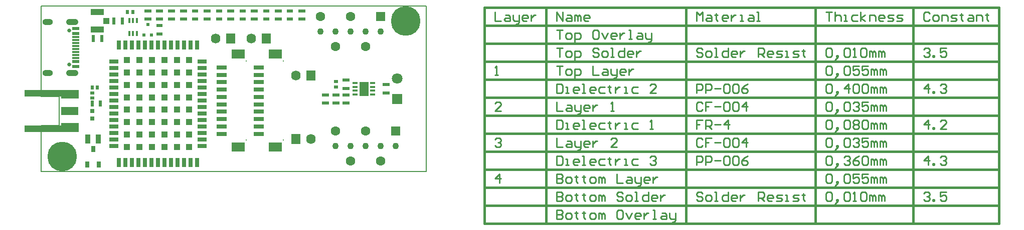
<source format=gts>
G04*
G04 #@! TF.GenerationSoftware,Altium Limited,Altium Designer,23.10.1 (27)*
G04*
G04 Layer_Color=16711833*
%FSLAX44Y44*%
%MOMM*%
G71*
G04*
G04 #@! TF.SameCoordinates,12E47488-CEE1-414F-AB97-9C1FAA11A261*
G04*
G04*
G04 #@! TF.FilePolarity,Negative*
G04*
G01*
G75*
%ADD10C,0.2540*%
%ADD11C,0.2000*%
%ADD15C,0.3810*%
%ADD16R,1.1500X0.3000*%
%ADD17R,1.1500X0.6000*%
%ADD18R,1.8000X0.7000*%
%ADD19R,2.2000X1.6000*%
%ADD20R,0.8500X0.3500*%
%ADD22R,2.9200X1.3500*%
%ADD23R,0.5000X0.6500*%
%ADD24R,0.6500X0.5000*%
%ADD25R,0.6000X0.6000*%
%ADD26R,1.2000X0.5500*%
%ADD27R,0.7000X0.8000*%
%ADD28R,0.5500X1.2000*%
%ADD29R,1.0000X0.5500*%
%ADD30R,1.5000X0.8000*%
%ADD31R,0.8000X1.5000*%
%ADD32R,1.1000X1.1000*%
%ADD33R,0.5500X1.0000*%
%ADD34R,0.8000X1.0000*%
%ADD35R,0.9000X1.5000*%
%ADD36R,0.3500X0.8500*%
%ADD37R,1.0500X1.0000*%
%ADD38R,2.2000X1.0500*%
%ADD39R,1.6000X2.4000*%
%ADD40C,0.6500*%
%ADD41O,2.1000X1.0500*%
%ADD42O,1.8000X1.0000*%
%ADD43C,0.3000*%
%ADD44O,1.6000X1.7000*%
%ADD45R,1.6000X1.7000*%
%ADD46C,1.1000*%
%ADD47C,1.6000*%
%ADD48R,1.6000X1.6000*%
%ADD49R,1.8000X1.8000*%
%ADD50C,1.8000*%
%ADD51C,5.0000*%
G36*
X33800Y77750D02*
Y81650D01*
X63000D01*
Y67150D01*
X-28400D01*
Y77750D01*
X33800D01*
D02*
G37*
G36*
X63000Y137850D02*
Y123350D01*
X33800D01*
Y127250D01*
X-28400D01*
Y137850D01*
X63000D01*
D02*
G37*
D10*
X766007Y270185D02*
Y254950D01*
X776164D01*
X783781Y265107D02*
X788860D01*
X791399Y262568D01*
Y254950D01*
X783781D01*
X781242Y257489D01*
X783781Y260028D01*
X791399D01*
X796477Y265107D02*
Y257489D01*
X799016Y254950D01*
X806634D01*
Y252411D01*
X804095Y249872D01*
X801556D01*
X806634Y254950D02*
Y265107D01*
X819330Y254950D02*
X814251D01*
X811712Y257489D01*
Y262568D01*
X814251Y265107D01*
X819330D01*
X821869Y262568D01*
Y260028D01*
X811712D01*
X826947Y265107D02*
Y254950D01*
Y260028D01*
X829487Y262568D01*
X832026Y265107D01*
X834565D01*
X773625Y-19370D02*
Y-4135D01*
X766007Y-11753D01*
X776164D01*
X766007Y54286D02*
X768546Y56825D01*
X773625D01*
X776164Y54286D01*
Y51747D01*
X773625Y49208D01*
X771085D01*
X773625D01*
X776164Y46668D01*
Y44129D01*
X773625Y41590D01*
X768546D01*
X766007Y44129D01*
X776164Y102550D02*
X766007D01*
X776164Y112707D01*
Y115246D01*
X773625Y117785D01*
X768546D01*
X766007Y115246D01*
Y163510D02*
X771085D01*
X768546D01*
Y178745D01*
X766007Y176206D01*
X870125Y254950D02*
Y270185D01*
X880282Y254950D01*
Y270185D01*
X887899Y265107D02*
X892978D01*
X895517Y262568D01*
Y254950D01*
X887899D01*
X885360Y257489D01*
X887899Y260028D01*
X895517D01*
X900595Y254950D02*
Y265107D01*
X903134D01*
X905673Y262568D01*
Y254950D01*
Y262568D01*
X908213Y265107D01*
X910752Y262568D01*
Y254950D01*
X923448D02*
X918369D01*
X915830Y257489D01*
Y262568D01*
X918369Y265107D01*
X923448D01*
X925987Y262568D01*
Y260028D01*
X915830D01*
X870125Y-65095D02*
Y-80330D01*
X877742D01*
X880282Y-77791D01*
Y-75252D01*
X877742Y-72712D01*
X870125D01*
X877742D01*
X880282Y-70173D01*
Y-67634D01*
X877742Y-65095D01*
X870125D01*
X887899Y-80330D02*
X892978D01*
X895517Y-77791D01*
Y-72712D01*
X892978Y-70173D01*
X887899D01*
X885360Y-72712D01*
Y-77791D01*
X887899Y-80330D01*
X903134Y-67634D02*
Y-70173D01*
X900595D01*
X905673D01*
X903134D01*
Y-77791D01*
X905673Y-80330D01*
X915830Y-67634D02*
Y-70173D01*
X913291D01*
X918369D01*
X915830D01*
Y-77791D01*
X918369Y-80330D01*
X928526D02*
X933604D01*
X936143Y-77791D01*
Y-72712D01*
X933604Y-70173D01*
X928526D01*
X925987Y-72712D01*
Y-77791D01*
X928526Y-80330D01*
X941222D02*
Y-70173D01*
X943761D01*
X946300Y-72712D01*
Y-80330D01*
Y-72712D01*
X948839Y-70173D01*
X951379Y-72712D01*
Y-80330D01*
X979310Y-65095D02*
X974231D01*
X971692Y-67634D01*
Y-77791D01*
X974231Y-80330D01*
X979310D01*
X981849Y-77791D01*
Y-67634D01*
X979310Y-65095D01*
X986927Y-70173D02*
X992005Y-80330D01*
X997084Y-70173D01*
X1009780Y-80330D02*
X1004701D01*
X1002162Y-77791D01*
Y-72712D01*
X1004701Y-70173D01*
X1009780D01*
X1012319Y-72712D01*
Y-75252D01*
X1002162D01*
X1017397Y-70173D02*
Y-80330D01*
Y-75252D01*
X1019936Y-72712D01*
X1022476Y-70173D01*
X1025015D01*
X1032632Y-80330D02*
X1037711D01*
X1035172D01*
Y-65095D01*
X1032632D01*
X1047867Y-70173D02*
X1052946D01*
X1055485Y-72712D01*
Y-80330D01*
X1047867D01*
X1045328Y-77791D01*
X1047867Y-75252D01*
X1055485D01*
X1060563Y-70173D02*
Y-77791D01*
X1063102Y-80330D01*
X1070720D01*
Y-82869D01*
X1068181Y-85408D01*
X1065642D01*
X1070720Y-80330D02*
Y-70173D01*
X870125Y-34615D02*
Y-49850D01*
X877742D01*
X880282Y-47311D01*
Y-44772D01*
X877742Y-42232D01*
X870125D01*
X877742D01*
X880282Y-39693D01*
Y-37154D01*
X877742Y-34615D01*
X870125D01*
X887899Y-49850D02*
X892978D01*
X895517Y-47311D01*
Y-42232D01*
X892978Y-39693D01*
X887899D01*
X885360Y-42232D01*
Y-47311D01*
X887899Y-49850D01*
X903134Y-37154D02*
Y-39693D01*
X900595D01*
X905673D01*
X903134D01*
Y-47311D01*
X905673Y-49850D01*
X915830Y-37154D02*
Y-39693D01*
X913291D01*
X918369D01*
X915830D01*
Y-47311D01*
X918369Y-49850D01*
X928526D02*
X933604D01*
X936143Y-47311D01*
Y-42232D01*
X933604Y-39693D01*
X928526D01*
X925987Y-42232D01*
Y-47311D01*
X928526Y-49850D01*
X941222D02*
Y-39693D01*
X943761D01*
X946300Y-42232D01*
Y-49850D01*
Y-42232D01*
X948839Y-39693D01*
X951379Y-42232D01*
Y-49850D01*
X981849Y-37154D02*
X979310Y-34615D01*
X974231D01*
X971692Y-37154D01*
Y-39693D01*
X974231Y-42232D01*
X979310D01*
X981849Y-44772D01*
Y-47311D01*
X979310Y-49850D01*
X974231D01*
X971692Y-47311D01*
X989466Y-49850D02*
X994545D01*
X997084Y-47311D01*
Y-42232D01*
X994545Y-39693D01*
X989466D01*
X986927Y-42232D01*
Y-47311D01*
X989466Y-49850D01*
X1002162D02*
X1007241D01*
X1004701D01*
Y-34615D01*
X1002162D01*
X1025015D02*
Y-49850D01*
X1017397D01*
X1014858Y-47311D01*
Y-42232D01*
X1017397Y-39693D01*
X1025015D01*
X1037711Y-49850D02*
X1032632D01*
X1030093Y-47311D01*
Y-42232D01*
X1032632Y-39693D01*
X1037711D01*
X1040250Y-42232D01*
Y-44772D01*
X1030093D01*
X1045328Y-39693D02*
Y-49850D01*
Y-44772D01*
X1047867Y-42232D01*
X1050407Y-39693D01*
X1052946D01*
X870125Y-4135D02*
Y-19370D01*
X877742D01*
X880282Y-16831D01*
Y-14292D01*
X877742Y-11753D01*
X870125D01*
X877742D01*
X880282Y-9213D01*
Y-6674D01*
X877742Y-4135D01*
X870125D01*
X887899Y-19370D02*
X892978D01*
X895517Y-16831D01*
Y-11753D01*
X892978Y-9213D01*
X887899D01*
X885360Y-11753D01*
Y-16831D01*
X887899Y-19370D01*
X903134Y-6674D02*
Y-9213D01*
X900595D01*
X905673D01*
X903134D01*
Y-16831D01*
X905673Y-19370D01*
X915830Y-6674D02*
Y-9213D01*
X913291D01*
X918369D01*
X915830D01*
Y-16831D01*
X918369Y-19370D01*
X928526D02*
X933604D01*
X936143Y-16831D01*
Y-11753D01*
X933604Y-9213D01*
X928526D01*
X925987Y-11753D01*
Y-16831D01*
X928526Y-19370D01*
X941222D02*
Y-9213D01*
X943761D01*
X946300Y-11753D01*
Y-19370D01*
Y-11753D01*
X948839Y-9213D01*
X951379Y-11753D01*
Y-19370D01*
X971692Y-4135D02*
Y-19370D01*
X981849D01*
X989466Y-9213D02*
X994545D01*
X997084Y-11753D01*
Y-19370D01*
X989466D01*
X986927Y-16831D01*
X989466Y-14292D01*
X997084D01*
X1002162Y-9213D02*
Y-16831D01*
X1004701Y-19370D01*
X1012319D01*
Y-21909D01*
X1009780Y-24448D01*
X1007241D01*
X1012319Y-19370D02*
Y-9213D01*
X1025015Y-19370D02*
X1019936D01*
X1017397Y-16831D01*
Y-11753D01*
X1019936Y-9213D01*
X1025015D01*
X1027554Y-11753D01*
Y-14292D01*
X1017397D01*
X1032632Y-9213D02*
Y-19370D01*
Y-14292D01*
X1035172Y-11753D01*
X1037711Y-9213D01*
X1040250D01*
X870125Y26345D02*
Y11110D01*
X877742D01*
X880282Y13649D01*
Y23806D01*
X877742Y26345D01*
X870125D01*
X885360Y11110D02*
X890438D01*
X887899D01*
Y21267D01*
X885360D01*
X905673Y11110D02*
X900595D01*
X898056Y13649D01*
Y18728D01*
X900595Y21267D01*
X905673D01*
X908213Y18728D01*
Y16188D01*
X898056D01*
X913291Y11110D02*
X918369D01*
X915830D01*
Y26345D01*
X913291D01*
X933604Y11110D02*
X928526D01*
X925987Y13649D01*
Y18728D01*
X928526Y21267D01*
X933604D01*
X936143Y18728D01*
Y16188D01*
X925987D01*
X951379Y21267D02*
X943761D01*
X941222Y18728D01*
Y13649D01*
X943761Y11110D01*
X951379D01*
X958996Y23806D02*
Y21267D01*
X956457D01*
X961535D01*
X958996D01*
Y13649D01*
X961535Y11110D01*
X969153Y21267D02*
Y11110D01*
Y16188D01*
X971692Y18728D01*
X974231Y21267D01*
X976770D01*
X984388Y11110D02*
X989466D01*
X986927D01*
Y21267D01*
X984388D01*
X1007241D02*
X999623D01*
X997084Y18728D01*
Y13649D01*
X999623Y11110D01*
X1007241D01*
X1027554Y23806D02*
X1030093Y26345D01*
X1035172D01*
X1037711Y23806D01*
Y21267D01*
X1035172Y18728D01*
X1032632D01*
X1035172D01*
X1037711Y16188D01*
Y13649D01*
X1035172Y11110D01*
X1030093D01*
X1027554Y13649D01*
X870125Y56825D02*
Y41590D01*
X880282D01*
X887899Y51747D02*
X892978D01*
X895517Y49208D01*
Y41590D01*
X887899D01*
X885360Y44129D01*
X887899Y46668D01*
X895517D01*
X900595Y51747D02*
Y44129D01*
X903134Y41590D01*
X910752D01*
Y39051D01*
X908213Y36512D01*
X905673D01*
X910752Y41590D02*
Y51747D01*
X923448Y41590D02*
X918369D01*
X915830Y44129D01*
Y49208D01*
X918369Y51747D01*
X923448D01*
X925987Y49208D01*
Y46668D01*
X915830D01*
X931065Y51747D02*
Y41590D01*
Y46668D01*
X933604Y49208D01*
X936143Y51747D01*
X938683D01*
X971692Y41590D02*
X961535D01*
X971692Y51747D01*
Y54286D01*
X969153Y56825D01*
X964074D01*
X961535Y54286D01*
X870125Y87305D02*
Y72070D01*
X877742D01*
X880282Y74609D01*
Y84766D01*
X877742Y87305D01*
X870125D01*
X885360Y72070D02*
X890438D01*
X887899D01*
Y82227D01*
X885360D01*
X905673Y72070D02*
X900595D01*
X898056Y74609D01*
Y79688D01*
X900595Y82227D01*
X905673D01*
X908213Y79688D01*
Y77148D01*
X898056D01*
X913291Y72070D02*
X918369D01*
X915830D01*
Y87305D01*
X913291D01*
X933604Y72070D02*
X928526D01*
X925987Y74609D01*
Y79688D01*
X928526Y82227D01*
X933604D01*
X936143Y79688D01*
Y77148D01*
X925987D01*
X951379Y82227D02*
X943761D01*
X941222Y79688D01*
Y74609D01*
X943761Y72070D01*
X951379D01*
X958996Y84766D02*
Y82227D01*
X956457D01*
X961535D01*
X958996D01*
Y74609D01*
X961535Y72070D01*
X969153Y82227D02*
Y72070D01*
Y77148D01*
X971692Y79688D01*
X974231Y82227D01*
X976770D01*
X984388Y72070D02*
X989466D01*
X986927D01*
Y82227D01*
X984388D01*
X1007241D02*
X999623D01*
X997084Y79688D01*
Y74609D01*
X999623Y72070D01*
X1007241D01*
X1027554D02*
X1032632D01*
X1030093D01*
Y87305D01*
X1027554Y84766D01*
X870125Y117785D02*
Y102550D01*
X880282D01*
X887899Y112707D02*
X892978D01*
X895517Y110168D01*
Y102550D01*
X887899D01*
X885360Y105089D01*
X887899Y107628D01*
X895517D01*
X900595Y112707D02*
Y105089D01*
X903134Y102550D01*
X910752D01*
Y100011D01*
X908213Y97472D01*
X905673D01*
X910752Y102550D02*
Y112707D01*
X923448Y102550D02*
X918369D01*
X915830Y105089D01*
Y110168D01*
X918369Y112707D01*
X923448D01*
X925987Y110168D01*
Y107628D01*
X915830D01*
X931065Y112707D02*
Y102550D01*
Y107628D01*
X933604Y110168D01*
X936143Y112707D01*
X938683D01*
X961535Y102550D02*
X966614D01*
X964074D01*
Y117785D01*
X961535Y115246D01*
X870125Y148265D02*
Y133030D01*
X877742D01*
X880282Y135569D01*
Y145726D01*
X877742Y148265D01*
X870125D01*
X885360Y133030D02*
X890438D01*
X887899D01*
Y143187D01*
X885360D01*
X905673Y133030D02*
X900595D01*
X898056Y135569D01*
Y140647D01*
X900595Y143187D01*
X905673D01*
X908213Y140647D01*
Y138108D01*
X898056D01*
X913291Y133030D02*
X918369D01*
X915830D01*
Y148265D01*
X913291D01*
X933604Y133030D02*
X928526D01*
X925987Y135569D01*
Y140647D01*
X928526Y143187D01*
X933604D01*
X936143Y140647D01*
Y138108D01*
X925987D01*
X951379Y143187D02*
X943761D01*
X941222Y140647D01*
Y135569D01*
X943761Y133030D01*
X951379D01*
X958996Y145726D02*
Y143187D01*
X956457D01*
X961535D01*
X958996D01*
Y135569D01*
X961535Y133030D01*
X969153Y143187D02*
Y133030D01*
Y138108D01*
X971692Y140647D01*
X974231Y143187D01*
X976770D01*
X984388Y133030D02*
X989466D01*
X986927D01*
Y143187D01*
X984388D01*
X1007241D02*
X999623D01*
X997084Y140647D01*
Y135569D01*
X999623Y133030D01*
X1007241D01*
X1037711D02*
X1027554D01*
X1037711Y143187D01*
Y145726D01*
X1035172Y148265D01*
X1030093D01*
X1027554Y145726D01*
X870125Y178745D02*
X880282D01*
X875203D01*
Y163510D01*
X887899D02*
X892978D01*
X895517Y166049D01*
Y171127D01*
X892978Y173667D01*
X887899D01*
X885360Y171127D01*
Y166049D01*
X887899Y163510D01*
X900595Y158432D02*
Y173667D01*
X908213D01*
X910752Y171127D01*
Y166049D01*
X908213Y163510D01*
X900595D01*
X931065Y178745D02*
Y163510D01*
X941222D01*
X948839Y173667D02*
X953918D01*
X956457Y171127D01*
Y163510D01*
X948839D01*
X946300Y166049D01*
X948839Y168588D01*
X956457D01*
X961535Y173667D02*
Y166049D01*
X964074Y163510D01*
X971692D01*
Y160971D01*
X969153Y158432D01*
X966614D01*
X971692Y163510D02*
Y173667D01*
X984388Y163510D02*
X979310D01*
X976770Y166049D01*
Y171127D01*
X979310Y173667D01*
X984388D01*
X986927Y171127D01*
Y168588D01*
X976770D01*
X992005Y173667D02*
Y163510D01*
Y168588D01*
X994545Y171127D01*
X997084Y173667D01*
X999623D01*
X870125Y209225D02*
X880282D01*
X875203D01*
Y193990D01*
X887899D02*
X892978D01*
X895517Y196529D01*
Y201607D01*
X892978Y204147D01*
X887899D01*
X885360Y201607D01*
Y196529D01*
X887899Y193990D01*
X900595Y188912D02*
Y204147D01*
X908213D01*
X910752Y201607D01*
Y196529D01*
X908213Y193990D01*
X900595D01*
X941222Y206686D02*
X938683Y209225D01*
X933604D01*
X931065Y206686D01*
Y204147D01*
X933604Y201607D01*
X938683D01*
X941222Y199068D01*
Y196529D01*
X938683Y193990D01*
X933604D01*
X931065Y196529D01*
X948839Y193990D02*
X953918D01*
X956457Y196529D01*
Y201607D01*
X953918Y204147D01*
X948839D01*
X946300Y201607D01*
Y196529D01*
X948839Y193990D01*
X961535D02*
X966614D01*
X964074D01*
Y209225D01*
X961535D01*
X984388D02*
Y193990D01*
X976770D01*
X974231Y196529D01*
Y201607D01*
X976770Y204147D01*
X984388D01*
X997084Y193990D02*
X992005D01*
X989466Y196529D01*
Y201607D01*
X992005Y204147D01*
X997084D01*
X999623Y201607D01*
Y199068D01*
X989466D01*
X1004701Y204147D02*
Y193990D01*
Y199068D01*
X1007241Y201607D01*
X1009780Y204147D01*
X1012319D01*
X870125Y239705D02*
X880282D01*
X875203D01*
Y224470D01*
X887899D02*
X892978D01*
X895517Y227009D01*
Y232087D01*
X892978Y234627D01*
X887899D01*
X885360Y232087D01*
Y227009D01*
X887899Y224470D01*
X900595Y219392D02*
Y234627D01*
X908213D01*
X910752Y232087D01*
Y227009D01*
X908213Y224470D01*
X900595D01*
X938683Y239705D02*
X933604D01*
X931065Y237166D01*
Y227009D01*
X933604Y224470D01*
X938683D01*
X941222Y227009D01*
Y237166D01*
X938683Y239705D01*
X946300Y234627D02*
X951379Y224470D01*
X956457Y234627D01*
X969153Y224470D02*
X964074D01*
X961535Y227009D01*
Y232087D01*
X964074Y234627D01*
X969153D01*
X971692Y232087D01*
Y229548D01*
X961535D01*
X976770Y234627D02*
Y224470D01*
Y229548D01*
X979310Y232087D01*
X981849Y234627D01*
X984388D01*
X992005Y224470D02*
X997084D01*
X994545D01*
Y239705D01*
X992005D01*
X1007241Y234627D02*
X1012319D01*
X1014858Y232087D01*
Y224470D01*
X1007241D01*
X1004701Y227009D01*
X1007241Y229548D01*
X1014858D01*
X1019936Y234627D02*
Y227009D01*
X1022476Y224470D01*
X1030093D01*
Y221931D01*
X1027554Y219392D01*
X1025015D01*
X1030093Y224470D02*
Y234627D01*
X1106280Y254950D02*
Y270185D01*
X1111358Y265107D01*
X1116437Y270185D01*
Y254950D01*
X1124054Y265107D02*
X1129133D01*
X1131672Y262568D01*
Y254950D01*
X1124054D01*
X1121515Y257489D01*
X1124054Y260028D01*
X1131672D01*
X1139289Y267646D02*
Y265107D01*
X1136750D01*
X1141829D01*
X1139289D01*
Y257489D01*
X1141829Y254950D01*
X1157064D02*
X1151985D01*
X1149446Y257489D01*
Y262568D01*
X1151985Y265107D01*
X1157064D01*
X1159603Y262568D01*
Y260028D01*
X1149446D01*
X1164681Y265107D02*
Y254950D01*
Y260028D01*
X1167220Y262568D01*
X1169760Y265107D01*
X1172299D01*
X1179916Y254950D02*
X1184995D01*
X1182455D01*
Y265107D01*
X1179916D01*
X1195151D02*
X1200230D01*
X1202769Y262568D01*
Y254950D01*
X1195151D01*
X1192612Y257489D01*
X1195151Y260028D01*
X1202769D01*
X1207847Y254950D02*
X1212925D01*
X1210386D01*
Y270185D01*
X1207847D01*
X1116437Y-37154D02*
X1113897Y-34615D01*
X1108819D01*
X1106280Y-37154D01*
Y-39693D01*
X1108819Y-42232D01*
X1113897D01*
X1116437Y-44772D01*
Y-47311D01*
X1113897Y-49850D01*
X1108819D01*
X1106280Y-47311D01*
X1124054Y-49850D02*
X1129133D01*
X1131672Y-47311D01*
Y-42232D01*
X1129133Y-39693D01*
X1124054D01*
X1121515Y-42232D01*
Y-47311D01*
X1124054Y-49850D01*
X1136750D02*
X1141829D01*
X1139289D01*
Y-34615D01*
X1136750D01*
X1159603D02*
Y-49850D01*
X1151985D01*
X1149446Y-47311D01*
Y-42232D01*
X1151985Y-39693D01*
X1159603D01*
X1172299Y-49850D02*
X1167220D01*
X1164681Y-47311D01*
Y-42232D01*
X1167220Y-39693D01*
X1172299D01*
X1174838Y-42232D01*
Y-44772D01*
X1164681D01*
X1179916Y-39693D02*
Y-49850D01*
Y-44772D01*
X1182455Y-42232D01*
X1184995Y-39693D01*
X1187534D01*
X1210386Y-49850D02*
Y-34615D01*
X1218004D01*
X1220543Y-37154D01*
Y-42232D01*
X1218004Y-44772D01*
X1210386D01*
X1215465D02*
X1220543Y-49850D01*
X1233239D02*
X1228161D01*
X1225621Y-47311D01*
Y-42232D01*
X1228161Y-39693D01*
X1233239D01*
X1235778Y-42232D01*
Y-44772D01*
X1225621D01*
X1240856Y-49850D02*
X1248474D01*
X1251013Y-47311D01*
X1248474Y-44772D01*
X1243396D01*
X1240856Y-42232D01*
X1243396Y-39693D01*
X1251013D01*
X1256092Y-49850D02*
X1261170D01*
X1258631D01*
Y-39693D01*
X1256092D01*
X1268787Y-49850D02*
X1276405D01*
X1278944Y-47311D01*
X1276405Y-44772D01*
X1271327D01*
X1268787Y-42232D01*
X1271327Y-39693D01*
X1278944D01*
X1286562Y-37154D02*
Y-39693D01*
X1284023D01*
X1289101D01*
X1286562D01*
Y-47311D01*
X1289101Y-49850D01*
X1106280Y11110D02*
Y26345D01*
X1113897D01*
X1116437Y23806D01*
Y18728D01*
X1113897Y16188D01*
X1106280D01*
X1121515Y11110D02*
Y26345D01*
X1129133D01*
X1131672Y23806D01*
Y18728D01*
X1129133Y16188D01*
X1121515D01*
X1136750Y18728D02*
X1146907D01*
X1151985Y23806D02*
X1154524Y26345D01*
X1159603D01*
X1162142Y23806D01*
Y13649D01*
X1159603Y11110D01*
X1154524D01*
X1151985Y13649D01*
Y23806D01*
X1167220D02*
X1169760Y26345D01*
X1174838D01*
X1177377Y23806D01*
Y13649D01*
X1174838Y11110D01*
X1169760D01*
X1167220Y13649D01*
Y23806D01*
X1192612Y26345D02*
X1187534Y23806D01*
X1182455Y18728D01*
Y13649D01*
X1184995Y11110D01*
X1190073D01*
X1192612Y13649D01*
Y16188D01*
X1190073Y18728D01*
X1182455D01*
X1116437Y54286D02*
X1113897Y56825D01*
X1108819D01*
X1106280Y54286D01*
Y44129D01*
X1108819Y41590D01*
X1113897D01*
X1116437Y44129D01*
X1131672Y56825D02*
X1121515D01*
Y49208D01*
X1126593D01*
X1121515D01*
Y41590D01*
X1136750Y49208D02*
X1146907D01*
X1151985Y54286D02*
X1154524Y56825D01*
X1159603D01*
X1162142Y54286D01*
Y44129D01*
X1159603Y41590D01*
X1154524D01*
X1151985Y44129D01*
Y54286D01*
X1167220D02*
X1169760Y56825D01*
X1174838D01*
X1177377Y54286D01*
Y44129D01*
X1174838Y41590D01*
X1169760D01*
X1167220Y44129D01*
Y54286D01*
X1190073Y41590D02*
Y56825D01*
X1182455Y49208D01*
X1192612D01*
X1116437Y87305D02*
X1106280D01*
Y79688D01*
X1111358D01*
X1106280D01*
Y72070D01*
X1121515D02*
Y87305D01*
X1129133D01*
X1131672Y84766D01*
Y79688D01*
X1129133Y77148D01*
X1121515D01*
X1126593D02*
X1131672Y72070D01*
X1136750Y79688D02*
X1146907D01*
X1159603Y72070D02*
Y87305D01*
X1151985Y79688D01*
X1162142D01*
X1116437Y115246D02*
X1113897Y117785D01*
X1108819D01*
X1106280Y115246D01*
Y105089D01*
X1108819Y102550D01*
X1113897D01*
X1116437Y105089D01*
X1131672Y117785D02*
X1121515D01*
Y110168D01*
X1126593D01*
X1121515D01*
Y102550D01*
X1136750Y110168D02*
X1146907D01*
X1151985Y115246D02*
X1154524Y117785D01*
X1159603D01*
X1162142Y115246D01*
Y105089D01*
X1159603Y102550D01*
X1154524D01*
X1151985Y105089D01*
Y115246D01*
X1167220D02*
X1169760Y117785D01*
X1174838D01*
X1177377Y115246D01*
Y105089D01*
X1174838Y102550D01*
X1169760D01*
X1167220Y105089D01*
Y115246D01*
X1190073Y102550D02*
Y117785D01*
X1182455Y110168D01*
X1192612D01*
X1106280Y133030D02*
Y148265D01*
X1113897D01*
X1116437Y145726D01*
Y140647D01*
X1113897Y138108D01*
X1106280D01*
X1121515Y133030D02*
Y148265D01*
X1129133D01*
X1131672Y145726D01*
Y140647D01*
X1129133Y138108D01*
X1121515D01*
X1136750Y140647D02*
X1146907D01*
X1151985Y145726D02*
X1154524Y148265D01*
X1159603D01*
X1162142Y145726D01*
Y135569D01*
X1159603Y133030D01*
X1154524D01*
X1151985Y135569D01*
Y145726D01*
X1167220D02*
X1169760Y148265D01*
X1174838D01*
X1177377Y145726D01*
Y135569D01*
X1174838Y133030D01*
X1169760D01*
X1167220Y135569D01*
Y145726D01*
X1192612Y148265D02*
X1187534Y145726D01*
X1182455Y140647D01*
Y135569D01*
X1184995Y133030D01*
X1190073D01*
X1192612Y135569D01*
Y138108D01*
X1190073Y140647D01*
X1182455D01*
X1116437Y206686D02*
X1113897Y209225D01*
X1108819D01*
X1106280Y206686D01*
Y204147D01*
X1108819Y201607D01*
X1113897D01*
X1116437Y199068D01*
Y196529D01*
X1113897Y193990D01*
X1108819D01*
X1106280Y196529D01*
X1124054Y193990D02*
X1129133D01*
X1131672Y196529D01*
Y201607D01*
X1129133Y204147D01*
X1124054D01*
X1121515Y201607D01*
Y196529D01*
X1124054Y193990D01*
X1136750D02*
X1141829D01*
X1139289D01*
Y209225D01*
X1136750D01*
X1159603D02*
Y193990D01*
X1151985D01*
X1149446Y196529D01*
Y201607D01*
X1151985Y204147D01*
X1159603D01*
X1172299Y193990D02*
X1167220D01*
X1164681Y196529D01*
Y201607D01*
X1167220Y204147D01*
X1172299D01*
X1174838Y201607D01*
Y199068D01*
X1164681D01*
X1179916Y204147D02*
Y193990D01*
Y199068D01*
X1182455Y201607D01*
X1184995Y204147D01*
X1187534D01*
X1210386Y193990D02*
Y209225D01*
X1218004D01*
X1220543Y206686D01*
Y201607D01*
X1218004Y199068D01*
X1210386D01*
X1215465D02*
X1220543Y193990D01*
X1233239D02*
X1228161D01*
X1225621Y196529D01*
Y201607D01*
X1228161Y204147D01*
X1233239D01*
X1235778Y201607D01*
Y199068D01*
X1225621D01*
X1240856Y193990D02*
X1248474D01*
X1251013Y196529D01*
X1248474Y199068D01*
X1243396D01*
X1240856Y201607D01*
X1243396Y204147D01*
X1251013D01*
X1256092Y193990D02*
X1261170D01*
X1258631D01*
Y204147D01*
X1256092D01*
X1268787Y193990D02*
X1276405D01*
X1278944Y196529D01*
X1276405Y199068D01*
X1271327D01*
X1268787Y201607D01*
X1271327Y204147D01*
X1278944D01*
X1286562Y206686D02*
Y204147D01*
X1284023D01*
X1289101D01*
X1286562D01*
Y196529D01*
X1289101Y193990D01*
X1324661Y270185D02*
X1334818D01*
X1329739D01*
Y254950D01*
X1339896Y270185D02*
Y254950D01*
Y262568D01*
X1342435Y265107D01*
X1347513D01*
X1350053Y262568D01*
Y254950D01*
X1355131D02*
X1360209D01*
X1357670D01*
Y265107D01*
X1355131D01*
X1377984D02*
X1370366D01*
X1367827Y262568D01*
Y257489D01*
X1370366Y254950D01*
X1377984D01*
X1383062D02*
Y270185D01*
Y260028D02*
X1390679Y265107D01*
X1383062Y260028D02*
X1390679Y254950D01*
X1398297D02*
Y265107D01*
X1405915D01*
X1408454Y262568D01*
Y254950D01*
X1421150D02*
X1416071D01*
X1413532Y257489D01*
Y262568D01*
X1416071Y265107D01*
X1421150D01*
X1423689Y262568D01*
Y260028D01*
X1413532D01*
X1428767Y254950D02*
X1436385D01*
X1438924Y257489D01*
X1436385Y260028D01*
X1431306D01*
X1428767Y262568D01*
X1431306Y265107D01*
X1438924D01*
X1444002Y254950D02*
X1451620D01*
X1454159Y257489D01*
X1451620Y260028D01*
X1446541D01*
X1444002Y262568D01*
X1446541Y265107D01*
X1454159D01*
X1324661Y-37154D02*
X1327200Y-34615D01*
X1332278D01*
X1334818Y-37154D01*
Y-47311D01*
X1332278Y-49850D01*
X1327200D01*
X1324661Y-47311D01*
Y-37154D01*
X1342435Y-52389D02*
X1344974Y-49850D01*
Y-47311D01*
X1342435D01*
Y-49850D01*
X1344974D01*
X1342435Y-52389D01*
X1339896Y-54928D01*
X1355131Y-37154D02*
X1357670Y-34615D01*
X1362749D01*
X1365288Y-37154D01*
Y-47311D01*
X1362749Y-49850D01*
X1357670D01*
X1355131Y-47311D01*
Y-37154D01*
X1370366Y-49850D02*
X1375444D01*
X1372905D01*
Y-34615D01*
X1370366Y-37154D01*
X1383062D02*
X1385601Y-34615D01*
X1390679D01*
X1393219Y-37154D01*
Y-47311D01*
X1390679Y-49850D01*
X1385601D01*
X1383062Y-47311D01*
Y-37154D01*
X1398297Y-49850D02*
Y-39693D01*
X1400836D01*
X1403375Y-42232D01*
Y-49850D01*
Y-42232D01*
X1405915Y-39693D01*
X1408454Y-42232D01*
Y-49850D01*
X1413532D02*
Y-39693D01*
X1416071D01*
X1418610Y-42232D01*
Y-49850D01*
Y-42232D01*
X1421150Y-39693D01*
X1423689Y-42232D01*
Y-49850D01*
X1324661Y-6674D02*
X1327200Y-4135D01*
X1332278D01*
X1334818Y-6674D01*
Y-16831D01*
X1332278Y-19370D01*
X1327200D01*
X1324661Y-16831D01*
Y-6674D01*
X1342435Y-21909D02*
X1344974Y-19370D01*
Y-16831D01*
X1342435D01*
Y-19370D01*
X1344974D01*
X1342435Y-21909D01*
X1339896Y-24448D01*
X1355131Y-6674D02*
X1357670Y-4135D01*
X1362749D01*
X1365288Y-6674D01*
Y-16831D01*
X1362749Y-19370D01*
X1357670D01*
X1355131Y-16831D01*
Y-6674D01*
X1380523Y-4135D02*
X1370366D01*
Y-11753D01*
X1375444Y-9213D01*
X1377984D01*
X1380523Y-11753D01*
Y-16831D01*
X1377984Y-19370D01*
X1372905D01*
X1370366Y-16831D01*
X1395758Y-4135D02*
X1385601D01*
Y-11753D01*
X1390679Y-9213D01*
X1393219D01*
X1395758Y-11753D01*
Y-16831D01*
X1393219Y-19370D01*
X1388140D01*
X1385601Y-16831D01*
X1400836Y-19370D02*
Y-9213D01*
X1403375D01*
X1405915Y-11753D01*
Y-19370D01*
Y-11753D01*
X1408454Y-9213D01*
X1410993Y-11753D01*
Y-19370D01*
X1416071D02*
Y-9213D01*
X1418611D01*
X1421150Y-11753D01*
Y-19370D01*
Y-11753D01*
X1423689Y-9213D01*
X1426228Y-11753D01*
Y-19370D01*
X1324661Y23806D02*
X1327200Y26345D01*
X1332278D01*
X1334818Y23806D01*
Y13649D01*
X1332278Y11110D01*
X1327200D01*
X1324661Y13649D01*
Y23806D01*
X1342435Y8571D02*
X1344974Y11110D01*
Y13649D01*
X1342435D01*
Y11110D01*
X1344974D01*
X1342435Y8571D01*
X1339896Y6032D01*
X1355131Y23806D02*
X1357670Y26345D01*
X1362749D01*
X1365288Y23806D01*
Y21267D01*
X1362749Y18728D01*
X1360209D01*
X1362749D01*
X1365288Y16188D01*
Y13649D01*
X1362749Y11110D01*
X1357670D01*
X1355131Y13649D01*
X1380523Y26345D02*
X1375444Y23806D01*
X1370366Y18728D01*
Y13649D01*
X1372905Y11110D01*
X1377984D01*
X1380523Y13649D01*
Y16188D01*
X1377984Y18728D01*
X1370366D01*
X1385601Y23806D02*
X1388140Y26345D01*
X1393219D01*
X1395758Y23806D01*
Y13649D01*
X1393219Y11110D01*
X1388140D01*
X1385601Y13649D01*
Y23806D01*
X1400836Y11110D02*
Y21267D01*
X1403375D01*
X1405915Y18728D01*
Y11110D01*
Y18728D01*
X1408454Y21267D01*
X1410993Y18728D01*
Y11110D01*
X1416071D02*
Y21267D01*
X1418611D01*
X1421150Y18728D01*
Y11110D01*
Y18728D01*
X1423689Y21267D01*
X1426228Y18728D01*
Y11110D01*
X1324661Y54286D02*
X1327200Y56825D01*
X1332278D01*
X1334818Y54286D01*
Y44129D01*
X1332278Y41590D01*
X1327200D01*
X1324661Y44129D01*
Y54286D01*
X1342435Y39051D02*
X1344974Y41590D01*
Y44129D01*
X1342435D01*
Y41590D01*
X1344974D01*
X1342435Y39051D01*
X1339896Y36512D01*
X1355131Y54286D02*
X1357670Y56825D01*
X1362749D01*
X1365288Y54286D01*
Y44129D01*
X1362749Y41590D01*
X1357670D01*
X1355131Y44129D01*
Y54286D01*
X1370366D02*
X1372905Y56825D01*
X1377984D01*
X1380523Y54286D01*
Y51747D01*
X1377984Y49208D01*
X1375444D01*
X1377984D01*
X1380523Y46668D01*
Y44129D01*
X1377984Y41590D01*
X1372905D01*
X1370366Y44129D01*
X1395758Y56825D02*
X1385601D01*
Y49208D01*
X1390679Y51747D01*
X1393219D01*
X1395758Y49208D01*
Y44129D01*
X1393219Y41590D01*
X1388140D01*
X1385601Y44129D01*
X1400836Y41590D02*
Y51747D01*
X1403375D01*
X1405915Y49208D01*
Y41590D01*
Y49208D01*
X1408454Y51747D01*
X1410993Y49208D01*
Y41590D01*
X1416071D02*
Y51747D01*
X1418611D01*
X1421150Y49208D01*
Y41590D01*
Y49208D01*
X1423689Y51747D01*
X1426228Y49208D01*
Y41590D01*
X1324661Y84766D02*
X1327200Y87305D01*
X1332278D01*
X1334818Y84766D01*
Y74609D01*
X1332278Y72070D01*
X1327200D01*
X1324661Y74609D01*
Y84766D01*
X1342435Y69531D02*
X1344974Y72070D01*
Y74609D01*
X1342435D01*
Y72070D01*
X1344974D01*
X1342435Y69531D01*
X1339896Y66992D01*
X1355131Y84766D02*
X1357670Y87305D01*
X1362749D01*
X1365288Y84766D01*
Y74609D01*
X1362749Y72070D01*
X1357670D01*
X1355131Y74609D01*
Y84766D01*
X1370366D02*
X1372905Y87305D01*
X1377984D01*
X1380523Y84766D01*
Y82227D01*
X1377984Y79688D01*
X1380523Y77148D01*
Y74609D01*
X1377984Y72070D01*
X1372905D01*
X1370366Y74609D01*
Y77148D01*
X1372905Y79688D01*
X1370366Y82227D01*
Y84766D01*
X1372905Y79688D02*
X1377984D01*
X1385601Y84766D02*
X1388140Y87305D01*
X1393219D01*
X1395758Y84766D01*
Y74609D01*
X1393219Y72070D01*
X1388140D01*
X1385601Y74609D01*
Y84766D01*
X1400836Y72070D02*
Y82227D01*
X1403375D01*
X1405915Y79688D01*
Y72070D01*
Y79688D01*
X1408454Y82227D01*
X1410993Y79688D01*
Y72070D01*
X1416071D02*
Y82227D01*
X1418611D01*
X1421150Y79688D01*
Y72070D01*
Y79688D01*
X1423689Y82227D01*
X1426228Y79688D01*
Y72070D01*
X1324661Y115246D02*
X1327200Y117785D01*
X1332278D01*
X1334818Y115246D01*
Y105089D01*
X1332278Y102550D01*
X1327200D01*
X1324661Y105089D01*
Y115246D01*
X1342435Y100011D02*
X1344974Y102550D01*
Y105089D01*
X1342435D01*
Y102550D01*
X1344974D01*
X1342435Y100011D01*
X1339896Y97472D01*
X1355131Y115246D02*
X1357670Y117785D01*
X1362749D01*
X1365288Y115246D01*
Y105089D01*
X1362749Y102550D01*
X1357670D01*
X1355131Y105089D01*
Y115246D01*
X1370366D02*
X1372905Y117785D01*
X1377984D01*
X1380523Y115246D01*
Y112707D01*
X1377984Y110168D01*
X1375444D01*
X1377984D01*
X1380523Y107628D01*
Y105089D01*
X1377984Y102550D01*
X1372905D01*
X1370366Y105089D01*
X1395758Y117785D02*
X1385601D01*
Y110168D01*
X1390679Y112707D01*
X1393219D01*
X1395758Y110168D01*
Y105089D01*
X1393219Y102550D01*
X1388140D01*
X1385601Y105089D01*
X1400836Y102550D02*
Y112707D01*
X1403375D01*
X1405915Y110168D01*
Y102550D01*
Y110168D01*
X1408454Y112707D01*
X1410993Y110168D01*
Y102550D01*
X1416071D02*
Y112707D01*
X1418611D01*
X1421150Y110168D01*
Y102550D01*
Y110168D01*
X1423689Y112707D01*
X1426228Y110168D01*
Y102550D01*
X1324661Y145726D02*
X1327200Y148265D01*
X1332278D01*
X1334818Y145726D01*
Y135569D01*
X1332278Y133030D01*
X1327200D01*
X1324661Y135569D01*
Y145726D01*
X1342435Y130491D02*
X1344974Y133030D01*
Y135569D01*
X1342435D01*
Y133030D01*
X1344974D01*
X1342435Y130491D01*
X1339896Y127952D01*
X1362749Y133030D02*
Y148265D01*
X1355131Y140647D01*
X1365288D01*
X1370366Y145726D02*
X1372905Y148265D01*
X1377984D01*
X1380523Y145726D01*
Y135569D01*
X1377984Y133030D01*
X1372905D01*
X1370366Y135569D01*
Y145726D01*
X1385601D02*
X1388140Y148265D01*
X1393219D01*
X1395758Y145726D01*
Y135569D01*
X1393219Y133030D01*
X1388140D01*
X1385601Y135569D01*
Y145726D01*
X1400836Y133030D02*
Y143187D01*
X1403375D01*
X1405915Y140647D01*
Y133030D01*
Y140647D01*
X1408454Y143187D01*
X1410993Y140647D01*
Y133030D01*
X1416071D02*
Y143187D01*
X1418611D01*
X1421150Y140647D01*
Y133030D01*
Y140647D01*
X1423689Y143187D01*
X1426228Y140647D01*
Y133030D01*
X1324661Y176206D02*
X1327200Y178745D01*
X1332278D01*
X1334818Y176206D01*
Y166049D01*
X1332278Y163510D01*
X1327200D01*
X1324661Y166049D01*
Y176206D01*
X1342435Y160971D02*
X1344974Y163510D01*
Y166049D01*
X1342435D01*
Y163510D01*
X1344974D01*
X1342435Y160971D01*
X1339896Y158432D01*
X1355131Y176206D02*
X1357670Y178745D01*
X1362749D01*
X1365288Y176206D01*
Y166049D01*
X1362749Y163510D01*
X1357670D01*
X1355131Y166049D01*
Y176206D01*
X1380523Y178745D02*
X1370366D01*
Y171127D01*
X1375444Y173667D01*
X1377984D01*
X1380523Y171127D01*
Y166049D01*
X1377984Y163510D01*
X1372905D01*
X1370366Y166049D01*
X1395758Y178745D02*
X1385601D01*
Y171127D01*
X1390679Y173667D01*
X1393219D01*
X1395758Y171127D01*
Y166049D01*
X1393219Y163510D01*
X1388140D01*
X1385601Y166049D01*
X1400836Y163510D02*
Y173667D01*
X1403375D01*
X1405915Y171127D01*
Y163510D01*
Y171127D01*
X1408454Y173667D01*
X1410993Y171127D01*
Y163510D01*
X1416071D02*
Y173667D01*
X1418611D01*
X1421150Y171127D01*
Y163510D01*
Y171127D01*
X1423689Y173667D01*
X1426228Y171127D01*
Y163510D01*
X1324661Y206686D02*
X1327200Y209225D01*
X1332278D01*
X1334818Y206686D01*
Y196529D01*
X1332278Y193990D01*
X1327200D01*
X1324661Y196529D01*
Y206686D01*
X1342435Y191451D02*
X1344974Y193990D01*
Y196529D01*
X1342435D01*
Y193990D01*
X1344974D01*
X1342435Y191451D01*
X1339896Y188912D01*
X1355131Y206686D02*
X1357670Y209225D01*
X1362749D01*
X1365288Y206686D01*
Y196529D01*
X1362749Y193990D01*
X1357670D01*
X1355131Y196529D01*
Y206686D01*
X1370366Y193990D02*
X1375444D01*
X1372905D01*
Y209225D01*
X1370366Y206686D01*
X1383062D02*
X1385601Y209225D01*
X1390679D01*
X1393219Y206686D01*
Y196529D01*
X1390679Y193990D01*
X1385601D01*
X1383062Y196529D01*
Y206686D01*
X1398297Y193990D02*
Y204147D01*
X1400836D01*
X1403375Y201607D01*
Y193990D01*
Y201607D01*
X1405915Y204147D01*
X1408454Y201607D01*
Y193990D01*
X1413532D02*
Y204147D01*
X1416071D01*
X1418610Y201607D01*
Y193990D01*
Y201607D01*
X1421150Y204147D01*
X1423689Y201607D01*
Y193990D01*
X1499876Y267646D02*
X1497336Y270185D01*
X1492258D01*
X1489719Y267646D01*
Y257489D01*
X1492258Y254950D01*
X1497336D01*
X1499876Y257489D01*
X1507493Y254950D02*
X1512572D01*
X1515111Y257489D01*
Y262568D01*
X1512572Y265107D01*
X1507493D01*
X1504954Y262568D01*
Y257489D01*
X1507493Y254950D01*
X1520189D02*
Y265107D01*
X1527807D01*
X1530346Y262568D01*
Y254950D01*
X1535424D02*
X1543042D01*
X1545581Y257489D01*
X1543042Y260028D01*
X1537963D01*
X1535424Y262568D01*
X1537963Y265107D01*
X1545581D01*
X1553198Y267646D02*
Y265107D01*
X1550659D01*
X1555738D01*
X1553198D01*
Y257489D01*
X1555738Y254950D01*
X1565894Y265107D02*
X1570973D01*
X1573512Y262568D01*
Y254950D01*
X1565894D01*
X1563355Y257489D01*
X1565894Y260028D01*
X1573512D01*
X1578590Y254950D02*
Y265107D01*
X1586208D01*
X1588747Y262568D01*
Y254950D01*
X1596364Y267646D02*
Y265107D01*
X1593825D01*
X1598904D01*
X1596364D01*
Y257489D01*
X1598904Y254950D01*
X1489719Y-37154D02*
X1492258Y-34615D01*
X1497336D01*
X1499876Y-37154D01*
Y-39693D01*
X1497336Y-42232D01*
X1494797D01*
X1497336D01*
X1499876Y-44772D01*
Y-47311D01*
X1497336Y-49850D01*
X1492258D01*
X1489719Y-47311D01*
X1504954Y-49850D02*
Y-47311D01*
X1507493D01*
Y-49850D01*
X1504954D01*
X1527807Y-34615D02*
X1517650D01*
Y-42232D01*
X1522728Y-39693D01*
X1525267D01*
X1527807Y-42232D01*
Y-47311D01*
X1525267Y-49850D01*
X1520189D01*
X1517650Y-47311D01*
X1497336Y11110D02*
Y26345D01*
X1489719Y18728D01*
X1499876D01*
X1504954Y11110D02*
Y13649D01*
X1507493D01*
Y11110D01*
X1504954D01*
X1517650Y23806D02*
X1520189Y26345D01*
X1525267D01*
X1527807Y23806D01*
Y21267D01*
X1525267Y18728D01*
X1522728D01*
X1525267D01*
X1527807Y16188D01*
Y13649D01*
X1525267Y11110D01*
X1520189D01*
X1517650Y13649D01*
X1497336Y72070D02*
Y87305D01*
X1489719Y79688D01*
X1499876D01*
X1504954Y72070D02*
Y74609D01*
X1507493D01*
Y72070D01*
X1504954D01*
X1527807D02*
X1517650D01*
X1527807Y82227D01*
Y84766D01*
X1525267Y87305D01*
X1520189D01*
X1517650Y84766D01*
X1497336Y133030D02*
Y148265D01*
X1489719Y140647D01*
X1499876D01*
X1504954Y133030D02*
Y135569D01*
X1507493D01*
Y133030D01*
X1504954D01*
X1517650Y145726D02*
X1520189Y148265D01*
X1525267D01*
X1527807Y145726D01*
Y143187D01*
X1525267Y140647D01*
X1522728D01*
X1525267D01*
X1527807Y138108D01*
Y135569D01*
X1525267Y133030D01*
X1520189D01*
X1517650Y135569D01*
X1489719Y206686D02*
X1492258Y209225D01*
X1497336D01*
X1499876Y206686D01*
Y204147D01*
X1497336Y201607D01*
X1494797D01*
X1497336D01*
X1499876Y199068D01*
Y196529D01*
X1497336Y193990D01*
X1492258D01*
X1489719Y196529D01*
X1504954Y193990D02*
Y196529D01*
X1507493D01*
Y193990D01*
X1504954D01*
X1527807Y209225D02*
X1517650D01*
Y201607D01*
X1522728Y204147D01*
X1525267D01*
X1527807Y201607D01*
Y196529D01*
X1525267Y193990D01*
X1520189D01*
X1517650Y196529D01*
D11*
X0Y127250D02*
Y262975D01*
Y280000D01*
Y127250D02*
X30000D01*
Y77750D02*
Y127250D01*
X0Y77750D02*
X30000D01*
X0Y0D02*
Y77750D01*
Y280000D02*
X650000D01*
Y0D02*
Y280000D01*
X0Y0D02*
X650000D01*
D15*
X748227Y247330D02*
X1616684D01*
X748227Y277810D02*
X1616684D01*
X748227Y-87950D02*
Y277810D01*
Y-87950D02*
X852345D01*
X748227Y-57470D02*
X852345D01*
X748227Y-26990D02*
X852345D01*
X748227Y3490D02*
X852345D01*
X748227Y33970D02*
X852345D01*
X748227Y64450D02*
X852345D01*
X748227Y94930D02*
X852345D01*
X748227Y125410D02*
X852345D01*
X748227Y155890D02*
X852345D01*
X748227Y186370D02*
X852345D01*
X748227Y216850D02*
X852345D01*
Y-87950D02*
Y277810D01*
Y-87950D02*
X1088500D01*
X852345Y-57470D02*
X1088500D01*
X852345Y-26990D02*
X1088500D01*
X852345Y3490D02*
X1088500D01*
X852345Y33970D02*
X1088500D01*
X852345Y64450D02*
X1088500D01*
X852345Y94930D02*
X1088500D01*
X852345Y125410D02*
X1088500D01*
X852345Y155890D02*
X1088500D01*
X852345Y186370D02*
X1088500D01*
X852345Y216850D02*
X1088500D01*
Y-87950D02*
Y277810D01*
Y-87950D02*
X1306881D01*
X1088500Y-57470D02*
X1306881D01*
X1088500Y-26990D02*
X1306881D01*
X1088500Y3490D02*
X1306881D01*
X1088500Y33970D02*
X1306881D01*
X1088500Y64450D02*
X1306881D01*
X1088500Y94930D02*
X1306881D01*
X1088500Y125410D02*
X1306881D01*
X1088500Y155890D02*
X1306881D01*
X1088500Y186370D02*
X1306881D01*
X1088500Y216850D02*
X1306881D01*
Y-87950D02*
Y277810D01*
Y-87950D02*
X1471939D01*
X1306881Y-57470D02*
X1471939D01*
X1306881Y-26990D02*
X1471939D01*
X1306881Y3490D02*
X1471939D01*
X1306881Y33970D02*
X1471939D01*
X1306881Y64450D02*
X1471939D01*
X1306881Y94930D02*
X1471939D01*
X1306881Y125410D02*
X1471939D01*
X1306881Y155890D02*
X1471939D01*
X1306881Y186370D02*
X1471939D01*
X1306881Y216850D02*
X1471939D01*
Y-87950D02*
Y277810D01*
Y-87950D02*
X1616684D01*
X1471939Y-57470D02*
X1616684D01*
X1471939Y-26990D02*
X1616684D01*
X1471939Y3490D02*
X1616684D01*
X1471939Y33970D02*
X1616684D01*
X1471939Y64450D02*
X1616684D01*
X1471939Y94930D02*
X1616684D01*
X1471939Y125410D02*
X1616684D01*
X1471939Y155890D02*
X1616684D01*
X1471939Y186370D02*
X1616684D01*
X1471939Y216850D02*
X1616684D01*
Y-87950D02*
Y277810D01*
D16*
X58050Y227500D02*
D03*
Y222500D02*
D03*
Y217500D02*
D03*
Y192500D02*
D03*
Y197500D02*
D03*
Y202500D02*
D03*
Y212500D02*
D03*
Y207500D02*
D03*
D17*
Y186000D02*
D03*
Y234000D02*
D03*
Y178000D02*
D03*
Y242000D02*
D03*
D18*
X305000Y176250D02*
D03*
Y163750D02*
D03*
Y151250D02*
D03*
Y138750D02*
D03*
Y126250D02*
D03*
Y113750D02*
D03*
Y101250D02*
D03*
Y88750D02*
D03*
Y76250D02*
D03*
Y63750D02*
D03*
X367500Y176250D02*
D03*
Y163750D02*
D03*
Y151250D02*
D03*
Y138750D02*
D03*
Y126250D02*
D03*
Y113750D02*
D03*
Y101250D02*
D03*
Y88750D02*
D03*
Y76250D02*
D03*
Y63750D02*
D03*
D19*
X333000Y198750D02*
D03*
Y41250D02*
D03*
X395500Y198750D02*
D03*
Y41250D02*
D03*
D20*
X559750Y130250D02*
D03*
Y136750D02*
D03*
Y143250D02*
D03*
Y149750D02*
D03*
X530250Y130250D02*
D03*
Y136750D02*
D03*
Y143250D02*
D03*
Y149750D02*
D03*
D22*
X48400Y102500D02*
D03*
D23*
X86000Y141750D02*
D03*
X95000D02*
D03*
X145500Y270000D02*
D03*
X154500D02*
D03*
D24*
X86000Y124000D02*
D03*
Y133000D02*
D03*
X497500Y143000D02*
D03*
Y152000D02*
D03*
D25*
X173500Y230750D02*
D03*
X186500D02*
D03*
X180000Y249250D02*
D03*
D26*
X240000Y258000D02*
D03*
Y272000D02*
D03*
X200000D02*
D03*
Y258000D02*
D03*
X220000Y272000D02*
D03*
Y258000D02*
D03*
X515000Y115500D02*
D03*
Y129500D02*
D03*
Y140500D02*
D03*
Y154500D02*
D03*
X400000Y258000D02*
D03*
Y272000D02*
D03*
X280000Y258000D02*
D03*
Y272000D02*
D03*
X320000Y258000D02*
D03*
Y272000D02*
D03*
X360000Y258000D02*
D03*
Y272000D02*
D03*
X480000Y129500D02*
D03*
Y115500D02*
D03*
X497500D02*
D03*
Y129500D02*
D03*
X582500Y147000D02*
D03*
Y133000D02*
D03*
X440000Y272000D02*
D03*
Y258000D02*
D03*
X180000D02*
D03*
Y272000D02*
D03*
D27*
X86000Y89750D02*
D03*
Y102250D02*
D03*
D28*
X102000Y225000D02*
D03*
X88000D02*
D03*
X123000Y255000D02*
D03*
X137000D02*
D03*
D29*
X380000Y272000D02*
D03*
Y258000D02*
D03*
X260000D02*
D03*
Y272000D02*
D03*
X300000Y258000D02*
D03*
Y272000D02*
D03*
X340000Y258000D02*
D03*
Y272000D02*
D03*
X420000D02*
D03*
Y258000D02*
D03*
X200000Y247000D02*
D03*
Y233000D02*
D03*
D30*
X123000Y186500D02*
D03*
Y175500D02*
D03*
Y164500D02*
D03*
Y153500D02*
D03*
Y142500D02*
D03*
Y131500D02*
D03*
Y120500D02*
D03*
Y109500D02*
D03*
Y98500D02*
D03*
Y87500D02*
D03*
Y76500D02*
D03*
Y65500D02*
D03*
Y54500D02*
D03*
Y43500D02*
D03*
X272000D02*
D03*
Y54500D02*
D03*
Y65500D02*
D03*
Y76500D02*
D03*
Y87500D02*
D03*
Y98500D02*
D03*
Y109500D02*
D03*
Y120500D02*
D03*
Y131500D02*
D03*
Y142500D02*
D03*
Y153500D02*
D03*
Y164500D02*
D03*
Y175500D02*
D03*
Y186500D02*
D03*
D31*
X131500Y15500D02*
D03*
X142500D02*
D03*
X153500D02*
D03*
X164500D02*
D03*
X175500D02*
D03*
X186500D02*
D03*
X197500D02*
D03*
X208500D02*
D03*
X219500D02*
D03*
X230500D02*
D03*
X241500D02*
D03*
X252500D02*
D03*
X263500D02*
D03*
Y214500D02*
D03*
X252500D02*
D03*
X241500D02*
D03*
X230500D02*
D03*
X219500D02*
D03*
X208500D02*
D03*
X197500D02*
D03*
X186500D02*
D03*
X175500D02*
D03*
X164500D02*
D03*
X153500D02*
D03*
X142500D02*
D03*
X131500D02*
D03*
D32*
X145000Y188500D02*
D03*
X166000D02*
D03*
X187000D02*
D03*
X208000D02*
D03*
X229000D02*
D03*
X250000D02*
D03*
Y167500D02*
D03*
X229000D02*
D03*
X208000D02*
D03*
X187000D02*
D03*
X166000D02*
D03*
X145000D02*
D03*
Y146500D02*
D03*
X166000D02*
D03*
X187000D02*
D03*
X208000D02*
D03*
X229000D02*
D03*
X250000D02*
D03*
Y125500D02*
D03*
X229000D02*
D03*
X208000D02*
D03*
X187000D02*
D03*
X166000D02*
D03*
X145000D02*
D03*
Y104500D02*
D03*
X166000D02*
D03*
X187000D02*
D03*
X208000D02*
D03*
X229000D02*
D03*
X250000D02*
D03*
Y83500D02*
D03*
X229000D02*
D03*
X208000D02*
D03*
X187000D02*
D03*
X166000D02*
D03*
X145000D02*
D03*
Y62500D02*
D03*
X166000D02*
D03*
X187000D02*
D03*
X208000D02*
D03*
X229000D02*
D03*
X250000D02*
D03*
Y41500D02*
D03*
X229000D02*
D03*
X208000D02*
D03*
X187000D02*
D03*
X166000D02*
D03*
X145000D02*
D03*
D33*
X86000Y115000D02*
D03*
X100000D02*
D03*
D34*
X87500Y38000D02*
D03*
X97000Y12000D02*
D03*
X78000D02*
D03*
D35*
X78500Y55000D02*
D03*
X96500D02*
D03*
D36*
X161500Y256000D02*
D03*
X155000D02*
D03*
X148500D02*
D03*
X161500Y234000D02*
D03*
X155000D02*
D03*
X148500D02*
D03*
D37*
X110250Y255000D02*
D03*
D38*
X95000Y240250D02*
D03*
Y269750D02*
D03*
D39*
X544999Y139999D02*
D03*
D40*
X47300Y238900D02*
D03*
Y181100D02*
D03*
D41*
X52300Y166800D02*
D03*
Y253200D02*
D03*
D42*
X10500Y166800D02*
D03*
Y253200D02*
D03*
D43*
X346330Y53248D02*
D03*
Y186748D02*
D03*
X408830Y53248D02*
D03*
Y186748D02*
D03*
D44*
X354800Y225000D02*
D03*
X294800D02*
D03*
X455200Y55000D02*
D03*
X429800Y162500D02*
D03*
D45*
X380200Y225000D02*
D03*
X320200D02*
D03*
X429800Y55000D02*
D03*
X455200Y162500D02*
D03*
D46*
X471500Y237000D02*
D03*
X573100D02*
D03*
X547700D02*
D03*
X522300D02*
D03*
X496900D02*
D03*
Y43000D02*
D03*
X598500D02*
D03*
X573100D02*
D03*
X547700D02*
D03*
X522300D02*
D03*
D47*
X471500Y262400D02*
D03*
X522300D02*
D03*
X496900Y211600D02*
D03*
X547700D02*
D03*
X496900Y68400D02*
D03*
X547700D02*
D03*
X522300Y17600D02*
D03*
X573100D02*
D03*
D48*
Y262400D02*
D03*
X598500Y68400D02*
D03*
D49*
X601000Y122500D02*
D03*
D50*
Y157500D02*
D03*
D51*
X35000Y25000D02*
D03*
X615000Y255000D02*
D03*
M02*

</source>
